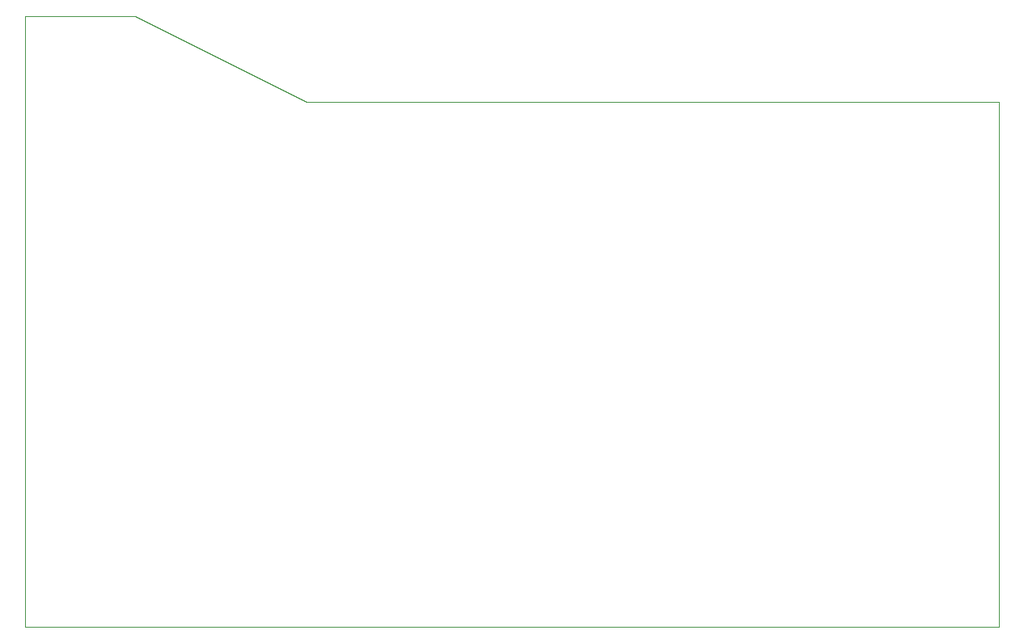
<source format=gm1>
G04 #@! TF.GenerationSoftware,KiCad,Pcbnew,9.0.3*
G04 #@! TF.CreationDate,2025-07-22T08:58:47+01:00*
G04 #@! TF.ProjectId,megaflash,6d656761-666c-4617-9368-2e6b69636164,rev?*
G04 #@! TF.SameCoordinates,Original*
G04 #@! TF.FileFunction,Profile,NP*
%FSLAX46Y46*%
G04 Gerber Fmt 4.6, Leading zero omitted, Abs format (unit mm)*
G04 Created by KiCad (PCBNEW 9.0.3) date 2025-07-22 08:58:47*
%MOMM*%
%LPD*%
G01*
G04 APERTURE LIST*
G04 #@! TA.AperFunction,Profile*
%ADD10C,0.100000*%
G04 #@! TD*
G04 APERTURE END LIST*
D10*
X67500000Y-114000000D02*
X169500000Y-114000000D01*
X97000000Y-59000000D02*
X79000000Y-50000000D01*
X67500000Y-50000000D02*
X79000000Y-50000000D01*
X169500000Y-59000000D02*
X97000000Y-59000000D01*
X67500000Y-50000000D02*
X67500000Y-114000000D01*
X169500000Y-114000000D02*
X169500000Y-59000000D01*
M02*

</source>
